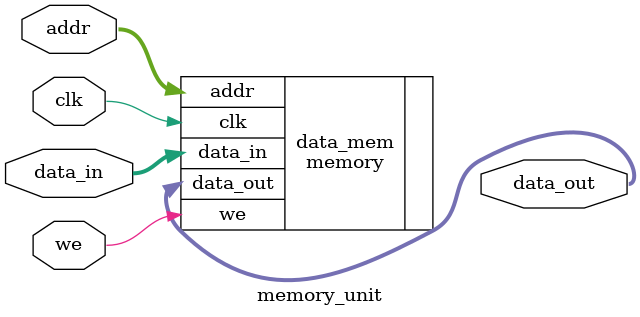
<source format=v>
`include "DataMemory.v"

module memory_unit
(
	input clk,we,
	input [31:0] addr,  //from ALU
	input [31:0] data_in,
	output wire [31:0] data_out
);

memory #(.data_width(32), .address_width(10)) data_mem
(
	.clk(clk),
	.we(we),
	.addr(addr),
	.data_in(data_in),
	.data_out(data_out)
);
endmodule
</source>
